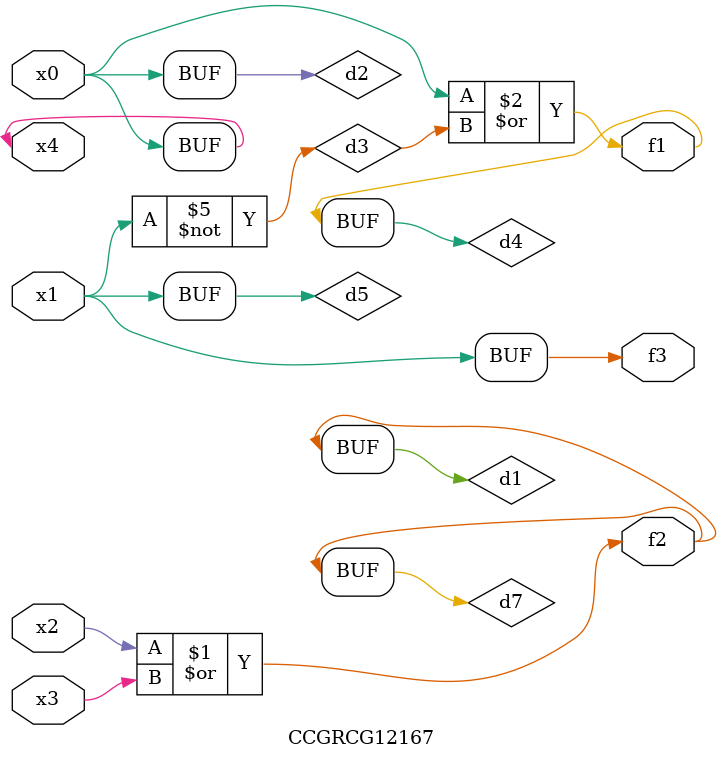
<source format=v>
module CCGRCG12167(
	input x0, x1, x2, x3, x4,
	output f1, f2, f3
);

	wire d1, d2, d3, d4, d5, d6, d7;

	or (d1, x2, x3);
	buf (d2, x0, x4);
	not (d3, x1);
	or (d4, d2, d3);
	not (d5, d3);
	nand (d6, d1, d3);
	or (d7, d1);
	assign f1 = d4;
	assign f2 = d7;
	assign f3 = d5;
endmodule

</source>
